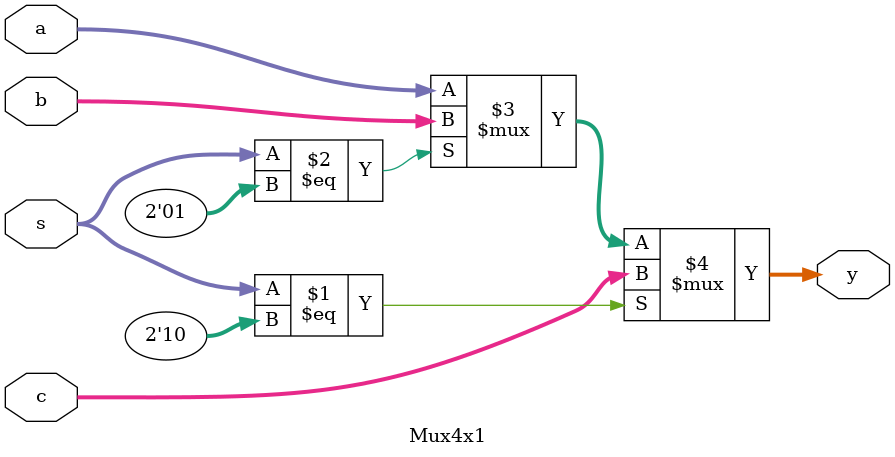
<source format=sv>
module Mux4x1 (a,b,c,s,y);
input [31:0]a,b,c;
input [1:0]s;
output [31:0]y;

assign y = (s==2'b10)? c : (s==2'b01)? b : a;

endmodule
</source>
